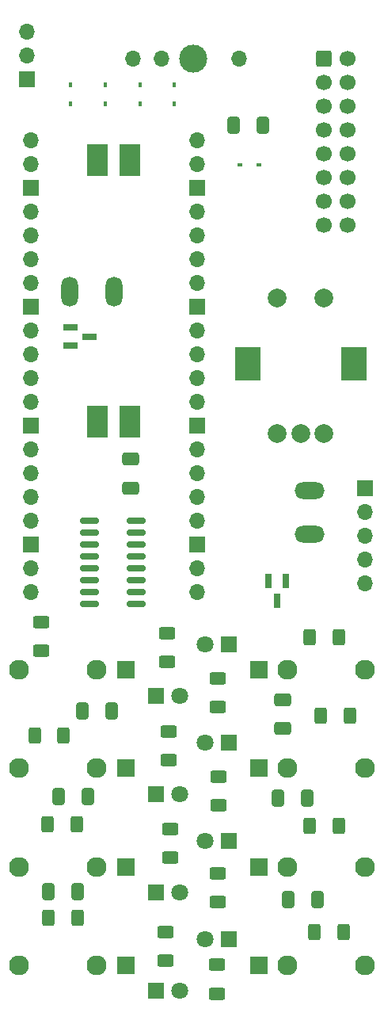
<source format=gbr>
%TF.GenerationSoftware,KiCad,Pcbnew,6.0.2+dfsg-1*%
%TF.CreationDate,2023-09-10T21:51:06+01:00*%
%TF.ProjectId,useq,75736571-2e6b-4696-9361-645f70636258,rev?*%
%TF.SameCoordinates,Original*%
%TF.FileFunction,Soldermask,Top*%
%TF.FilePolarity,Negative*%
%FSLAX46Y46*%
G04 Gerber Fmt 4.6, Leading zero omitted, Abs format (unit mm)*
G04 Created by KiCad (PCBNEW 6.0.2+dfsg-1) date 2023-09-10 21:51:06*
%MOMM*%
%LPD*%
G01*
G04 APERTURE LIST*
G04 Aperture macros list*
%AMRoundRect*
0 Rectangle with rounded corners*
0 $1 Rounding radius*
0 $2 $3 $4 $5 $6 $7 $8 $9 X,Y pos of 4 corners*
0 Add a 4 corners polygon primitive as box body*
4,1,4,$2,$3,$4,$5,$6,$7,$8,$9,$2,$3,0*
0 Add four circle primitives for the rounded corners*
1,1,$1+$1,$2,$3*
1,1,$1+$1,$4,$5*
1,1,$1+$1,$6,$7*
1,1,$1+$1,$8,$9*
0 Add four rect primitives between the rounded corners*
20,1,$1+$1,$2,$3,$4,$5,0*
20,1,$1+$1,$4,$5,$6,$7,0*
20,1,$1+$1,$6,$7,$8,$9,0*
20,1,$1+$1,$8,$9,$2,$3,0*%
G04 Aperture macros list end*
%ADD10RoundRect,0.150000X-0.825000X-0.150000X0.825000X-0.150000X0.825000X0.150000X-0.825000X0.150000X0*%
%ADD11RoundRect,0.250000X-0.625000X0.400000X-0.625000X-0.400000X0.625000X-0.400000X0.625000X0.400000X0*%
%ADD12RoundRect,0.250000X0.400000X0.625000X-0.400000X0.625000X-0.400000X-0.625000X0.400000X-0.625000X0*%
%ADD13RoundRect,0.250000X0.412500X0.650000X-0.412500X0.650000X-0.412500X-0.650000X0.412500X-0.650000X0*%
%ADD14RoundRect,0.250000X-0.650000X0.412500X-0.650000X-0.412500X0.650000X-0.412500X0.650000X0.412500X0*%
%ADD15RoundRect,0.070000X-0.300000X0.650000X-0.300000X-0.650000X0.300000X-0.650000X0.300000X0.650000X0*%
%ADD16O,1.700000X1.700000*%
%ADD17R,1.700000X1.700000*%
%ADD18RoundRect,0.250000X-0.400000X-0.625000X0.400000X-0.625000X0.400000X0.625000X-0.400000X0.625000X0*%
%ADD19R,0.450000X0.600000*%
%ADD20RoundRect,0.250000X-0.412500X-0.650000X0.412500X-0.650000X0.412500X0.650000X-0.412500X0.650000X0*%
%ADD21RoundRect,0.250000X-0.600000X-0.600000X0.600000X-0.600000X0.600000X0.600000X-0.600000X0.600000X0*%
%ADD22C,1.700000*%
%ADD23RoundRect,0.250000X0.625000X-0.400000X0.625000X0.400000X-0.625000X0.400000X-0.625000X-0.400000X0*%
%ADD24RoundRect,0.070000X-0.650000X-0.300000X0.650000X-0.300000X0.650000X0.300000X-0.650000X0.300000X0*%
%ADD25R,0.600000X0.450000*%
%ADD26RoundRect,0.250000X0.650000X-0.412500X0.650000X0.412500X-0.650000X0.412500X-0.650000X-0.412500X0*%
%ADD27O,3.200000X1.800000*%
%ADD28R,2.200000X3.400000*%
%ADD29R,1.800000X1.800000*%
%ADD30C,1.800000*%
%ADD31R,1.830000X1.930000*%
%ADD32C,2.130000*%
%ADD33C,3.000000*%
%ADD34C,2.000000*%
%ADD35R,2.800000X3.600000*%
%ADD36O,1.800000X3.200000*%
G04 APERTURE END LIST*
D10*
%TO.C,U2*%
X154925000Y-75055000D03*
X154925000Y-76325000D03*
X154925000Y-77595000D03*
X154925000Y-78865000D03*
X154925000Y-80135000D03*
X154925000Y-81405000D03*
X154925000Y-82675000D03*
X154925000Y-83945000D03*
X159875000Y-83945000D03*
X159875000Y-82675000D03*
X159875000Y-81405000D03*
X159875000Y-80135000D03*
X159875000Y-78865000D03*
X159875000Y-77595000D03*
X159875000Y-76325000D03*
X159875000Y-75055000D03*
%TD*%
D11*
%TO.C,R10*%
X163400000Y-97550000D03*
X163400000Y-100650000D03*
%TD*%
D12*
%TO.C,R15*%
X182050000Y-119000000D03*
X178950000Y-119000000D03*
%TD*%
D11*
%TO.C,R2*%
X149700000Y-85850000D03*
X149700000Y-88950000D03*
%TD*%
D13*
%TO.C,C6*%
X154762500Y-104500000D03*
X151637500Y-104500000D03*
%TD*%
D12*
%TO.C,R3*%
X182750000Y-95900000D03*
X179650000Y-95900000D03*
%TD*%
D14*
%TO.C,C3*%
X175600000Y-94137500D03*
X175600000Y-97262500D03*
%TD*%
D15*
%TO.C,Q1*%
X175916000Y-81456000D03*
X174016000Y-81456000D03*
X174966000Y-83556000D03*
%TD*%
D16*
%TO.C,U1*%
X148610000Y-34370000D03*
X148610000Y-36910000D03*
D17*
X148610000Y-39450000D03*
D16*
X148610000Y-41990000D03*
X148610000Y-44530000D03*
X148610000Y-47070000D03*
X148610000Y-49610000D03*
D17*
X148610000Y-52150000D03*
D16*
X148610000Y-54690000D03*
X148610000Y-57230000D03*
X148610000Y-59770000D03*
X148610000Y-62310000D03*
D17*
X148610000Y-64850000D03*
D16*
X148610000Y-67390000D03*
X148610000Y-69930000D03*
X148610000Y-72470000D03*
X148610000Y-75010000D03*
D17*
X148610000Y-77550000D03*
D16*
X148610000Y-80090000D03*
X148610000Y-82630000D03*
X166390000Y-82630000D03*
X166390000Y-80090000D03*
D17*
X166390000Y-77550000D03*
D16*
X166390000Y-75010000D03*
X166390000Y-72470000D03*
X166390000Y-69930000D03*
X166390000Y-67390000D03*
D17*
X166390000Y-64850000D03*
D16*
X166390000Y-62310000D03*
X166390000Y-59770000D03*
X166390000Y-57230000D03*
X166390000Y-54690000D03*
D17*
X166390000Y-52150000D03*
D16*
X166390000Y-49610000D03*
X166390000Y-47070000D03*
X166390000Y-44530000D03*
X166390000Y-41990000D03*
D17*
X166390000Y-39450000D03*
D16*
X166390000Y-36910000D03*
X166390000Y-34370000D03*
%TD*%
D13*
%TO.C,C4*%
X157262500Y-95400000D03*
X154137500Y-95400000D03*
%TD*%
D18*
%TO.C,R16*%
X150500000Y-117500000D03*
X153600000Y-117500000D03*
%TD*%
D11*
%TO.C,R14*%
X163000000Y-118950000D03*
X163000000Y-122050000D03*
%TD*%
D19*
%TO.C,D3*%
X152900000Y-28450000D03*
X152900000Y-30550000D03*
%TD*%
D18*
%TO.C,R5*%
X178450000Y-107600000D03*
X181550000Y-107600000D03*
%TD*%
D17*
%TO.C,J10*%
X148250000Y-27905000D03*
D16*
X148250000Y-25365000D03*
X148250000Y-22825000D03*
%TD*%
D20*
%TO.C,C7*%
X176137500Y-115500000D03*
X179262500Y-115500000D03*
%TD*%
D11*
%TO.C,R12*%
X163500000Y-107950000D03*
X163500000Y-111050000D03*
%TD*%
D18*
%TO.C,R1*%
X178450000Y-87500000D03*
X181550000Y-87500000D03*
%TD*%
D13*
%TO.C,C8*%
X153662500Y-114700000D03*
X150537500Y-114700000D03*
%TD*%
D21*
%TO.C,H1*%
X179997500Y-25710000D03*
D22*
X182537500Y-25710000D03*
X179997500Y-28250000D03*
X182537500Y-28250000D03*
X179997500Y-30790000D03*
X182537500Y-30790000D03*
X179997500Y-33330000D03*
X182537500Y-33330000D03*
X179997500Y-35870000D03*
X182537500Y-35870000D03*
X179997500Y-38410000D03*
X182537500Y-38410000D03*
X179997500Y-40950000D03*
X182537500Y-40950000D03*
X179997500Y-43490000D03*
X182537500Y-43490000D03*
%TD*%
D19*
%TO.C,D4*%
X164000000Y-30550000D03*
X164000000Y-28450000D03*
%TD*%
D18*
%TO.C,R6*%
X150450000Y-107500000D03*
X153550000Y-107500000D03*
%TD*%
D23*
%TO.C,R13*%
X168500000Y-125550000D03*
X168500000Y-122450000D03*
%TD*%
D24*
%TO.C,Q2*%
X152834000Y-54412000D03*
X152834000Y-56312000D03*
X154934000Y-55362000D03*
%TD*%
D19*
%TO.C,D2*%
X156600000Y-28450000D03*
X156600000Y-30550000D03*
%TD*%
D23*
%TO.C,R7*%
X168600000Y-94950000D03*
X168600000Y-91850000D03*
%TD*%
%TO.C,R11*%
X168600000Y-115800000D03*
X168600000Y-112700000D03*
%TD*%
D11*
%TO.C,R8*%
X163200000Y-87050000D03*
X163200000Y-90150000D03*
%TD*%
D20*
%TO.C,C1*%
X170337500Y-32800000D03*
X173462500Y-32800000D03*
%TD*%
D25*
%TO.C,D5*%
X170950000Y-37000000D03*
X173050000Y-37000000D03*
%TD*%
D26*
%TO.C,C2*%
X159300000Y-71562500D03*
X159300000Y-68437500D03*
%TD*%
D20*
%TO.C,C5*%
X175075000Y-104700000D03*
X178200000Y-104700000D03*
%TD*%
D23*
%TO.C,R9*%
X168700000Y-105450000D03*
X168700000Y-102350000D03*
%TD*%
D12*
%TO.C,R4*%
X152150000Y-98000000D03*
X149050000Y-98000000D03*
%TD*%
D19*
%TO.C,D1*%
X160300000Y-30550000D03*
X160300000Y-28450000D03*
%TD*%
D17*
%TO.C,J11*%
X184350000Y-71530000D03*
D16*
X184350000Y-74070000D03*
X184350000Y-76610000D03*
X184350000Y-79150000D03*
X184350000Y-81690000D03*
%TD*%
D27*
%TO.C,SW3*%
X178400000Y-71800000D03*
X178400000Y-76500000D03*
%TD*%
D28*
%TO.C,SW2*%
X159250000Y-36500000D03*
X155750000Y-36500000D03*
%TD*%
D29*
%TO.C,D12*%
X169775000Y-119750000D03*
D30*
X167235000Y-119750000D03*
%TD*%
D29*
%TO.C,D6*%
X169775000Y-88250000D03*
D30*
X167235000Y-88250000D03*
%TD*%
D28*
%TO.C,SW1*%
X159250000Y-64500000D03*
X155750000Y-64500000D03*
%TD*%
D31*
%TO.C,J7*%
X173000000Y-122500000D03*
D32*
X184400000Y-122500000D03*
X176100000Y-122500000D03*
%TD*%
D29*
%TO.C,D13*%
X162000000Y-125250000D03*
D30*
X164540000Y-125250000D03*
%TD*%
D31*
%TO.C,J4*%
X173000000Y-101500000D03*
D32*
X184400000Y-101500000D03*
X176100000Y-101500000D03*
%TD*%
D29*
%TO.C,D7*%
X162000000Y-93750000D03*
D30*
X164540000Y-93750000D03*
%TD*%
D31*
%TO.C,J3*%
X158780000Y-101500000D03*
D32*
X147380000Y-101500000D03*
X155680000Y-101500000D03*
%TD*%
D29*
%TO.C,D9*%
X162000000Y-104250000D03*
D30*
X164540000Y-104250000D03*
%TD*%
D33*
%TO.C,J9*%
X166000000Y-25675000D03*
D16*
X159520000Y-25675000D03*
X162620000Y-25675000D03*
X170920000Y-25675000D03*
%TD*%
D31*
%TO.C,J1*%
X173000000Y-91000000D03*
D32*
X184400000Y-91000000D03*
X176100000Y-91000000D03*
%TD*%
D31*
%TO.C,J8*%
X158780000Y-122500000D03*
D32*
X147380000Y-122500000D03*
X155680000Y-122500000D03*
%TD*%
D31*
%TO.C,J6*%
X158780000Y-112000000D03*
D32*
X147380000Y-112000000D03*
X155680000Y-112000000D03*
%TD*%
D29*
%TO.C,D11*%
X162000000Y-114750000D03*
D30*
X164540000Y-114750000D03*
%TD*%
D29*
%TO.C,D10*%
X169775000Y-109250000D03*
D30*
X167235000Y-109250000D03*
%TD*%
D34*
%TO.C,S1*%
X180000000Y-51250000D03*
X175000000Y-51250000D03*
D35*
X171800000Y-58250000D03*
X183200000Y-58250000D03*
D34*
X180000000Y-65750000D03*
X175000000Y-65750000D03*
X177500000Y-65750000D03*
%TD*%
D31*
%TO.C,J2*%
X158780000Y-91000000D03*
D32*
X147380000Y-91000000D03*
X155680000Y-91000000D03*
%TD*%
D29*
%TO.C,D8*%
X169775000Y-98750000D03*
D30*
X167235000Y-98750000D03*
%TD*%
D36*
%TO.C,SW4*%
X152800000Y-50600000D03*
X157500000Y-50600000D03*
%TD*%
D31*
%TO.C,J5*%
X173000000Y-112000000D03*
D32*
X184400000Y-112000000D03*
X176100000Y-112000000D03*
%TD*%
M02*

</source>
